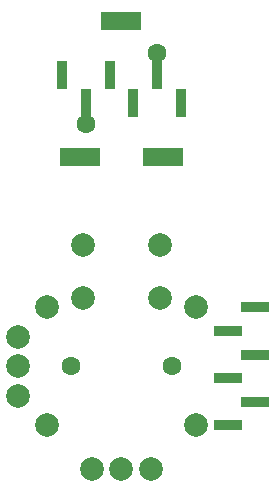
<source format=gbr>
%TF.GenerationSoftware,KiCad,Pcbnew,6.0.11-3.fc37*%
%TF.CreationDate,2023-09-06T08:49:04-04:00*%
%TF.ProjectId,gameKey-PCB-ThumbCluster,67616d65-4b65-4792-9d50-43422d546875,rev?*%
%TF.SameCoordinates,Original*%
%TF.FileFunction,Soldermask,Bot*%
%TF.FilePolarity,Negative*%
%FSLAX46Y46*%
G04 Gerber Fmt 4.6, Leading zero omitted, Abs format (unit mm)*
G04 Created by KiCad (PCBNEW 6.0.11-3.fc37) date 2023-09-06 08:49:04*
%MOMM*%
%LPD*%
G01*
G04 APERTURE LIST*
%ADD10R,0.850000X2.350000*%
%ADD11R,3.500000X1.500000*%
%ADD12C,1.600000*%
%ADD13C,2.000000*%
%ADD14R,2.350000X0.850000*%
G04 APERTURE END LIST*
D10*
%TO.C,J2*%
X-5000000Y24675000D03*
X-3000000Y22325000D03*
X-1000000Y24675000D03*
X1000000Y22325000D03*
X3000000Y24675000D03*
X5000000Y22325000D03*
%TD*%
D11*
%TO.C,NS1*%
X3500000Y17750000D03*
D12*
X3000000Y26500000D03*
D11*
X-3500000Y17750000D03*
X0Y29250000D03*
D12*
X-3000000Y20500000D03*
%TD*%
%TO.C,JS1*%
X-4300000Y0D03*
D13*
X6325000Y-5000000D03*
X-6325000Y-5000000D03*
X-6325000Y5000000D03*
X6325000Y5000000D03*
D12*
X4300000Y0D03*
D13*
X-2500000Y-8730000D03*
X-8730000Y2500000D03*
X2500000Y-8730000D03*
X-8730000Y-2500000D03*
X-8730000Y0D03*
X0Y-8730000D03*
X3250000Y5750000D03*
X-3250000Y5750000D03*
X3250000Y10250000D03*
X-3250000Y10250000D03*
%TD*%
D14*
%TO.C,J1*%
X11335000Y5000000D03*
X8985000Y3000000D03*
X11335000Y1000000D03*
X8985000Y-1000000D03*
X11335000Y-3000000D03*
X8985000Y-5000000D03*
%TD*%
M02*

</source>
